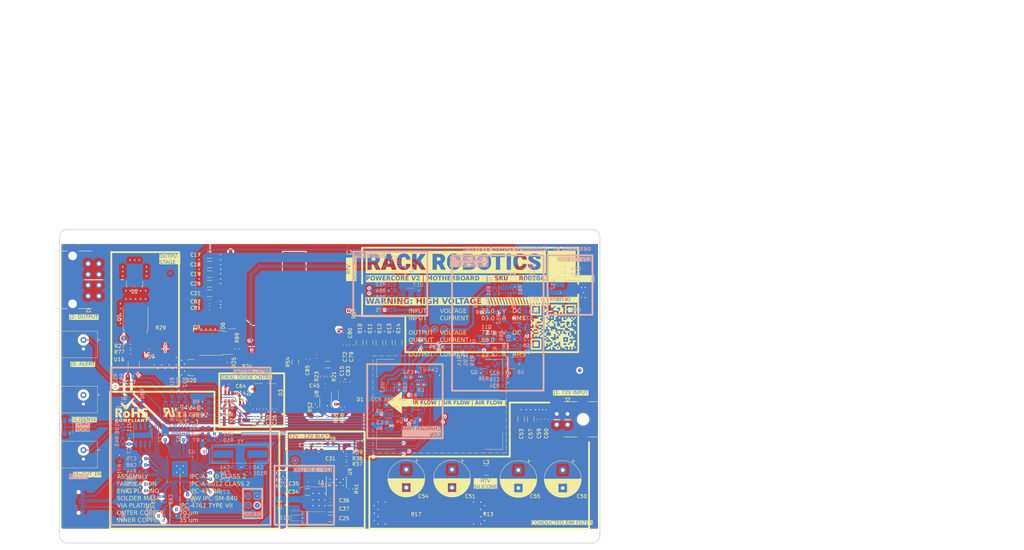
<source format=kicad_pcb>
(kicad_pcb (version 20221018) (generator pcbnew)

  (general
    (thickness 1.64)
  )

  (paper "A3")
  (title_block
    (title "PC-02 EDM PULSE GENERATOR")
    (company "DRAGONFLY POWER SYSTEMS")
  )

  (layers
    (0 "F.Cu" signal)
    (1 "In1.Cu" power)
    (2 "In2.Cu" signal)
    (3 "In3.Cu" signal)
    (4 "In4.Cu" power)
    (31 "B.Cu" signal)
    (32 "B.Adhes" user "B.Adhesive")
    (33 "F.Adhes" user "F.Adhesive")
    (34 "B.Paste" user)
    (35 "F.Paste" user)
    (36 "B.SilkS" user "B.Silkscreen")
    (37 "F.SilkS" user "F.Silkscreen")
    (38 "B.Mask" user)
    (39 "F.Mask" user)
    (40 "Dwgs.User" user "User.Drawings")
    (41 "Cmts.User" user "User.Comments")
    (42 "Eco1.User" user "User.Eco1")
    (43 "Eco2.User" user "User.Eco2")
    (44 "Edge.Cuts" user)
    (45 "Margin" user)
    (46 "B.CrtYd" user "B.Courtyard")
    (47 "F.CrtYd" user "F.Courtyard")
    (48 "B.Fab" user)
    (49 "F.Fab" user)
    (50 "User.1" user)
    (51 "User.2" user)
    (52 "User.3" user)
    (53 "User.4" user)
    (54 "User.5" user)
    (55 "User.6" user)
    (56 "User.7" user)
    (57 "User.8" user)
    (58 "User.9" user)
  )

  (setup
    (stackup
      (layer "F.SilkS" (type "Top Silk Screen") (color "White"))
      (layer "F.Paste" (type "Top Solder Paste"))
      (layer "F.Mask" (type "Top Solder Mask") (color "#000000CC") (thickness 0.01))
      (layer "F.Cu" (type "copper") (thickness 0.07))
      (layer "dielectric 1" (type "prepreg") (thickness 0.18) (material "FR4") (epsilon_r 4.29) (loss_tangent 0.02))
      (layer "In1.Cu" (type "copper") (thickness 0.035))
      (layer "dielectric 2" (type "core") (thickness 0.4) (material "FR4") (epsilon_r 4.29) (loss_tangent 0.02))
      (layer "In2.Cu" (type "copper") (thickness 0.035))
      (layer "dielectric 3" (type "prepreg") (thickness 0.18) (material "FR4") (epsilon_r 4.29) (loss_tangent 0.02))
      (layer "In3.Cu" (type "copper") (thickness 0.035))
      (layer "dielectric 4" (type "core") (thickness 0.4) (material "FR4") (epsilon_r 4.29) (loss_tangent 0.02))
      (layer "In4.Cu" (type "copper") (thickness 0.035))
      (layer "dielectric 5" (type "prepreg") (thickness 0.18) (material "FR4") (epsilon_r 4.29) (loss_tangent 0.02))
      (layer "B.Cu" (type "copper") (thickness 0.07))
      (layer "B.Mask" (type "Bottom Solder Mask") (color "#000000CC") (thickness 0.01))
      (layer "B.Paste" (type "Bottom Solder Paste"))
      (layer "B.SilkS" (type "Bottom Silk Screen") (color "White"))
      (copper_finish "ENIG")
      (dielectric_constraints no)
    )
    (pad_to_mask_clearance 0.0508)
    (solder_mask_min_width 0.0762)
    (aux_axis_origin 126.999998 193.999998)
    (pcbplotparams
      (layerselection 0x00010fc_ffffffff)
      (plot_on_all_layers_selection 0x0000000_00000000)
      (disableapertmacros false)
      (usegerberextensions true)
      (usegerberattributes false)
      (usegerberadvancedattributes false)
      (creategerberjobfile false)
      (dashed_line_dash_ratio 12.000000)
      (dashed_line_gap_ratio 3.000000)
      (svgprecision 4)
      (plotframeref false)
      (viasonmask false)
      (mode 1)
      (useauxorigin true)
      (hpglpennumber 1)
      (hpglpenspeed 20)
      (hpglpendiameter 15.000000)
      (dxfpolygonmode true)
      (dxfimperialunits true)
      (dxfusepcbnewfont true)
      (psnegative false)
      (psa4output false)
      (plotreference false)
      (plotvalue false)
      (plotinvisibletext false)
      (sketchpadsonfab false)
      (subtractmaskfromsilk true)
      (outputformat 1)
      (mirror false)
      (drillshape 0)
      (scaleselection 1)
      (outputdirectory "Gerbers/")
    )
  )

  (net 0 "")
  (net 1 "+3V3")
  (net 2 "GND")
  (net 3 "/CONTROLS/V_SENSE_FILTERED")
  (net 4 "/CONTROLS/V_SLOPE")
  (net 5 "VBUS")
  (net 6 "+12V")
  (net 7 "/CHARGER_POWER_STAGE/CHARGER_TEMP")
  (net 8 "/CONTROLS/CURRENT_TRIP")
  (net 9 "Net-(R49-Pad2)")
  (net 10 "/CONTROLS/OUTPUT_ISENSE_MICRO")
  (net 11 "Net-(Q10A-G)")
  (net 12 "Net-(U4-Pad2)")
  (net 13 "Net-(U8-IN)")
  (net 14 "+1V1")
  (net 15 "/MICRO/OUTPUT_STAGE_TEMP")
  (net 16 "/CHARGER_POWER_STAGE/VCAP")
  (net 17 "Net-(D7-A{slash}K)")
  (net 18 "/CONTROLS/CC_I_LIMIT")
  (net 19 "Net-(U9-BST)")
  (net 20 "Net-(U9-SW)")
  (net 21 "Net-(C38-Pad1)")
  (net 22 "Net-(U9-FB)")
  (net 23 "Net-(C40-Pad1)")
  (net 24 "/MICRO/XIN")
  (net 25 "/CONTROLS/V_CAP_SET")
  (net 26 "/CHARGER_POWER_STAGE/VSW")
  (net 27 "/CONTROLS/SLOPE_GENERATION/I_LIMIT_ADJUSTED")
  (net 28 "+5V")
  (net 29 "VDC")
  (net 30 "Net-(U7A--)")
  (net 31 "Net-(D3-K)")
  (net 32 "Net-(D5-A)")
  (net 33 "/CHARGER_POWER_STAGE/VHB_DIODE")
  (net 34 "/CHARGER_POWER_STAGE/VS_DIODE")
  (net 35 "Net-(Q3-G)")
  (net 36 "Net-(C84-Pad1)")
  (net 37 "Net-(C85-Pad2)")
  (net 38 "Net-(D1-K)")
  (net 39 "/CONNECTORS/ELECTRODE_-")
  (net 40 "Net-(D5-K)")
  (net 41 "/CONNECTORS/OUTPUT_ISENSE")
  (net 42 "/CONNECTORS/CUT_EN")
  (net 43 "/CONNECTORS/SHORT_ALERT")
  (net 44 "unconnected-(J6-VBUS-PadA4)")
  (net 45 "/CONNECTORS/USB_D_N")
  (net 46 "/CONNECTORS/USB_D_P")
  (net 47 "Net-(J6-CC1)")
  (net 48 "Net-(L2-Pad1)")
  (net 49 "/CONTROLS/OUTPUT_SHUNT_+")
  (net 50 "unconnected-(J6-SBU1-PadA8)")
  (net 51 "/CHARGER_POWER_STAGE/V_SHUNT_+")
  (net 52 "/CHARGER_POWER_STAGE/V_SHUNT_-")
  (net 53 "Net-(Q1-G)")
  (net 54 "Net-(Q2-G)")
  (net 55 "Net-(Q2-S)")
  (net 56 "Net-(Q2-D)")
  (net 57 "Net-(U16-IN)")
  (net 58 "Net-(U16-HO)")
  (net 59 "Net-(Q5-G)")
  (net 60 "Net-(Q7-G)")
  (net 61 "Net-(Q7-D)")
  (net 62 "/CHARGER_POWER_STAGE/VGH")
  (net 63 "Net-(Q9-G)")
  (net 64 "Net-(Q11-G)")
  (net 65 "Net-(U13-+)")
  (net 66 "Net-(U3-D)")
  (net 67 "Net-(U3-~{CLR})")
  (net 68 "/CONTROLS/CC_SLOPE_BLANKING")
  (net 69 "Net-(U6B-+)")
  (net 70 "/CHARGER_POWER_STAGE/CC_CHARGER_EN")
  (net 71 "/CONTROLS/SPARK_THRESHOLD_PWM")
  (net 72 "/MICRO/P_USB_P")
  (net 73 "/CONTROLS/OUTPUT_CURRENT_TRIP")
  (net 74 "Net-(R15-Pad2)")
  (net 75 "/MICRO/P_USB_N")
  (net 76 "Net-(J6-CC2)")
  (net 77 "Net-(U8-EN)")
  (net 78 "Net-(U8-HO)")
  (net 79 "/CHARGER_POWER_STAGE/CC_CHARGER_HI")
  (net 80 "/CHARGER_POWER_STAGE/VG_DIODE")
  (net 81 "/MICRO/OUTPUT_EN")
  (net 82 "/CONTROLS/CC_I_LIMIT_PWM")
  (net 83 "/CONTROLS/V_CAP_SET_PWM")
  (net 84 "Net-(R33-Pad1)")
  (net 85 "Net-(R38-Pad2)")
  (net 86 "Net-(U9-RT)")
  (net 87 "/MICRO/QSPI_SS")
  (net 88 "/CONTROLS/CC_CLK")
  (net 89 "Net-(U3-C)")
  (net 90 "Net-(U15A--)")
  (net 91 "unconnected-(J6-SBU2-PadB8)")
  (net 92 "/CONTROLS/VSENSE_TRIP")
  (net 93 "unconnected-(U6-Pad1)")
  (net 94 "/CONTROLS/CC_PWM_nEN")
  (net 95 "Net-(U15A-+)")
  (net 96 "Net-(U8-RDT)")
  (net 97 "Net-(U8-LO)")
  (net 98 "Net-(U15B-+)")
  (net 99 "Net-(U15B--)")
  (net 100 "Net-(R78-Pad2)")
  (net 101 "/MICRO/CUT_nEN")
  (net 102 "/CHARGER_POWER_STAGE/DIODE_ON")
  (net 103 "Net-(U14-IN)")
  (net 104 "/CHARGER_POWER_STAGE/GATE_BIAS_CLK")
  (net 105 "Net-(R100-Pad2)")
  (net 106 "/MICRO/XOUT")
  (net 107 "/CONNECTORS/SWCLK")
  (net 108 "/CONNECTORS/SWDIO")
  (net 109 "unconnected-(U2-GPIO23-Pad35)")
  (net 110 "unconnected-(U2-GPIO24-Pad36)")
  (net 111 "unconnected-(U2-GPIO16-Pad27)")
  (net 112 "unconnected-(U2-GPIO17-Pad28)")
  (net 113 "unconnected-(U2-GPIO18-Pad29)")
  (net 114 "unconnected-(U2-GPIO19-Pad30)")
  (net 115 "unconnected-(U2-GPIO20-Pad31)")
  (net 116 "unconnected-(U2-GPIO21-Pad32)")
  (net 117 "unconnected-(U2-GPIO22-Pad34)")
  (net 118 "unconnected-(U2-GPIO25-Pad37)")
  (net 119 "Net-(U11-~{RST}(IO3))")
  (net 120 "Net-(U11-CLK)")
  (net 121 "Net-(U11-DI(IO0))")
  (net 122 "Net-(U11-~{WP}(IO2))")
  (net 123 "Net-(U11-DO(IO1))")
  (net 124 "unconnected-(U8-NC-Pad5)")
  (net 125 "unconnected-(U9-PGOOD-Pad6)")
  (net 126 "Net-(U17A-+)")
  (net 127 "Net-(U17A--)")
  (net 128 "/CONTROLS/VSENSE_BUFFERED")
  (net 129 "Net-(C51-Pad2)")
  (net 130 "Net-(R62-Pad1)")
  (net 131 "Net-(D7-A)")
  (net 132 "Net-(D7-K)")
  (net 133 "unconnected-(U17-Pad7)")
  (net 134 "Net-(J5-Pad1)")
  (net 135 "Net-(Q5-S)")
  (net 136 "/CONTROLS/OUTPUT_SHUNT_-")
  (net 137 "Net-(D19-K)")
  (net 138 "unconnected-(U2-GPIO7-Pad9)")
  (net 139 "unconnected-(U2-GPIO8-Pad11)")

  (footprint "NET_TIES:NET_TIE_SMD_10mil" (layer "F.Cu") (at 180.339998 137.269 90))

  (footprint "SMD_INDUCTORS:PQ2617BHA" (layer "F.Cu") (at 192.150998 123.514998))

  (footprint "CONNECTORS:0430450822" (layer "F.Cu") (at 130.599998 120.914999 -90))

  (footprint "SMD_INDUCTORS:VLS6045EX" (layer "F.Cu") (at 196.849998 172.823998 180))

  (footprint "Capacitor_SMD:C_0603_1608Metric" (layer "F.Cu") (at 183.015998 156.788998 -90))

  (footprint "Capacitor_SMD:C_0603_1608Metric" (layer "F.Cu") (at 194.817998 168.251998 180))

  (footprint (layer "F.Cu") (at 174.498 113.157))

  (footprint "CONNECTORS:S2B-XH-A-1" (layer "F.Cu") (at 133.61432 154.149998 90))

  (footprint "Capacitor_SMD:C_0603_1608Metric" (layer "F.Cu") (at 200.786998 150.311998 180))

  (footprint "Capacitor_SMD:C_0603_1608Metric" (layer "F.Cu") (at 262.128 159.639 90))

  (footprint "Capacitor_SMD:C_0603_1608Metric" (layer "F.Cu") (at 173.998998 150.375498))

  (footprint "Resistor_SMD:R_1206_3216Metric" (layer "F.Cu") (at 201.421998 144.469998 180))

  (footprint "Capacitor_SMD:C_1206_3216Metric" (layer "F.Cu") (at 221.106998 138.373998 90))

  (footprint "DFN_QFN:INFINEON_TSDSON-8-25" (layer "F.Cu") (at 203.072998 140.151998 -90))

  (footprint "Capacitor_SMD:C_0603_1608Metric" (layer "F.Cu") (at 146.697998 147.644998))

  (footprint "NET_TIES:NET_TIE_SMD_10mil" (layer "F.Cu") (at 156.336998 137.777 90))

  (footprint "Resistor_SMD:R_0603_1608Metric" (layer "F.Cu") (at 206.629 172.085 180))

  (footprint "Capacitor_SMD:C_0603_1608Metric" (layer "F.Cu") (at 173.490998 156.725498))

  (footprint "Resistor_SMD:R_0603_1608Metric" (layer "F.Cu") (at 199.897998 147.771998 -90))

  (footprint "Resistor_SMD:R_0603_1608Metric" (layer "F.Cu") (at 176.276 140.081 90))

  (footprint "Capacitor_SMD:C_1206_3216Metric" (layer "F.Cu") (at 255.143 159.639 90))

  (footprint "Resistor_SMD:R_0603_1608Metric" (layer "F.Cu") (at 203.707998 156.280998 90))

  (footprint "MountingHole:MountingHole_2.1mm" (layer "F.Cu") (at 202 191.897))

  (footprint "Package_TO_SOT_SMD:TO-277A" (layer "F.Cu") (at 147.827998 119.689998 180))

  (footprint "Resistor_SMD:R_0603_1608Metric" (layer "F.Cu") (at 181.237998 156.788998 -90))

  (footprint "Fiducial:Fiducial_1mm_Mask2mm" (layer "F.Cu") (at 148.082 186.817))

  (footprint "Capacitor_SMD:C_1206_3216Metric" (layer "F.Cu") (at 210.311998 138.373998 90))

  (footprint "Capacitor_SMD:C_1206_3216Metric" (layer "F.Cu") (at 213.105998 138.373998 90))

  (footprint "Package_TO_SOT_SMD:SOT-23-6" (layer "F.Cu") (at 173.998998 153.550498 90))

  (footprint "Capacitor_SMD:C_0603_1608Metric" (layer "F.Cu") (at 184.920998 156.788998 -90))

  (footprint "Capacitor_SMD:C_1206_3216Metric" (layer "F.Cu") (at 168.655998 113.989998))

  (footprint "Capacitor_SMD:C_0603_1608Metric" (layer "F.Cu") (at 207.136998 149.295998 90))

  (footprint "Capacitor_SMD:C_1206_3216Metric" (layer "F.Cu") (at 257.81 159.639 90))

  (footprint "Resistor_SMD:R_0603_1608Metric" (layer "F.Cu") (at 206.628998 168.656 180))

  (footprint "NET_TIES:NET_TIE_SMD_10mil" (layer "F.Cu") (at 180.339998 141.369 90))

  (footprint "TSOP_PACKAGES:TSOP_6_2.5MM WIDTH" (layer "F.Cu") (at 178.062998 156.788998 -90))

  (footprint "CONNECTORS:S2B-XH-A-1" (layer "F.Cu") (at 133.61432 138.857938 90))

  (footprint "Capacitor_SMD:C_0603_1608Metric" (layer "F.Cu") (at 168.655998 126.943998))

  (footprint "Capacitor_SMD:C_0603_1608Metric" (layer "F.Cu") (at 198.373998 142.183998 180))

  (footprint "Capacitor_SMD:C_0603_1608Metric" (layer "F.Cu") (at 205.358998 149.295998 90))

  (footprint "DIODES:DO-220AA (SMP)" (layer "F.Cu") (at 185.809998 152.216998 -90))

  (footprint "Package_SO:VSSOP-10_3x3mm_P0.5mm" (layer "F.Cu") (at 200.850498 154.883998 -90))

  (footprint "THT_CAPACITORS:CP_Radial_D10.0mm_P5.00mm" (layer "F.Cu") (at 254.380998 173.725321 -90))

  (footprint "Capacitor_SMD:C_0603_1608Metric" (layer "F.Cu") (at 195.833998 177.522998))

  (footprint "SMD_RESISTORS:CRE_2512_High_ohm" (layer "F.Cu") (at 180.339998 139.319 90))

  (footprint "Resistor_SMD:R_0603_1608Metric" (layer "F.Cu") (at 173.989998 143.834998 -90))

  (footprint "MountingHole:MountingHole_2.1mm" (layer "F.Cu") (at 137 109))

  (footprint "GRAPHICS:powercore_version_2.0_graphic_2" (layer "F.Cu")
    (tstamp 7f64d555-3628-4045-ab79-69765acbf3b1)
    (at 214 142)
    (attr smd)
    (fp_text reference "REF**" (at 16 -6 unlocked) (layer "F.Fab")
        (effects (font (size 1 1) (thickness 0.1)))
      (tstamp e9764ca6-4741-4bf8-bec9-a497ae4f2a17)
    )
    (fp_text value "PC-02_P-02_artwork_zone_3_[24.01.06]" (at 16 -4.5 unlocked) (layer "F.Fab")
        (effects (font (size 1 1) (thickness 0.15)))
      (tstamp 250929d4-d57c-4d62-b95d-9fe1107b60f2)
    )
    (fp_text user "| AIR FLOW | AIR FLOW | AIR FLOW |" (at 23 13.1 unlocked) (layer "F.SilkS" knockout)
        (effects (font (face "Bahnschrift") (size 1 1) (thickness 0.2) bold))
      (tstamp d8266205-4111-448c-9506-2b14f1b35db0)
      (render_cache "| AIR FLOW | AIR FLOW | AIR FLOW |" 0
        (polygon
          (pts
            (xy 225.850803 154.398077)            (xy 226.032031 154.398077)            (xy 226.032031 155.633213)            (xy 225.850803 155.633213)
          )
        )
        (polygon
          (pts
            (xy 226.90349 154.51629)            (xy 227.022924 154.51629)            (xy 227.40492 155.515)            (xy 227.202199 155.515)
            (xy 226.963329 154.832829)            (xy 226.724215 155.515)            (xy 226.521494 155.515)
          )
        )
        (polygon
          (pts
            (xy 226.70492 155.173548)            (xy 227.230531 155.173548)            (xy 227.230531 155.35502)            (xy 226.70492 155.35502)
          )
        )
        (polygon
          (pts
            (xy 227.70485 155.515)            (xy 227.5097 155.515)            (xy 227.5097 154.51629)            (xy 227.70485 154.51629)
          )
        )
        (polygon
          (pts
            (xy 227.983287 154.931748)            (xy 228.330845 154.931748)            (xy 228.341412 154.931241)            (xy 228.351499 154.929721)
            (xy 228.361104 154.927188)            (xy 228.370229 154.923642)            (xy 228.378873 154.919082)            (xy 228.381647 154.917337)
            (xy 228.389539 154.911504)            (xy 228.396726 154.904812)            (xy 228.403208 154.897262)            (xy 228.408987 154.888852)
            (xy 228.414062 154.879585)            (xy 228.415597 154.876304)            (xy 228.41969 154.865937)            (xy 228.422993 154.854987)
            (xy 228.425142 154.845415)            (xy 228.426743 154.835438)            (xy 228.427794 154.825055)            (xy 228.428298 154.814267)
            (xy 228.428006 154.803549)            (xy 228.427129 154.793225)            (xy 228.425668 154.783294)            (xy 228.423144 154.771897)
            (xy 228.419778 154.761066)            (xy 228.41633 154.752473)            (xy 228.41149 154.742836)            (xy 228.405946 154.734075)
            (xy 228.399697 154.72619)            (xy 228.392745 154.71918)            (xy 228.385089 154.713046)            (xy 228.38238 154.711196)
            (xy 228.373871 154.706299)            (xy 228.364829 154.702415)            (xy 228.355255 154.699544)            (xy 228.345148 154.697687)
            (xy 228.334509 154.696842)            (xy 228.330845 154.696786)            (xy 227.983287 154.696786)            (xy 227.983287 154.515558)
            (xy 228.345988 154.515558)            (xy 228.356199 154.515703)            (xy 228.366256 154.516138)            (xy 228.376159 154.516863)
            (xy 228.385906 154.517878)            (xy 228.400238 154.519945)            (xy 228.414222 154.522664)            (xy 228.427859 154.526035)
            (xy 228.441147 154.53006)            (xy 228.454088 154.534737)            (xy 228.466681 154.540066)            (xy 228.478926 154.546048)
            (xy 228.490824 154.552683)            (xy 228.502299 154.559912)            (xy 228.513275 154.567678)            (xy 228.523754 154.57598)
            (xy 228.533734 154.58482)            (xy 228.543217 154.594196)            (xy 228.552201 154.604108)            (xy 228.560688 154.614557)
            (xy 228.568676 154.625543)            (xy 228.576167 154.637066)            (xy 228.583159 154.649125)            (xy 228.587544 154.657463)
            (xy 228.593699 154.670337)            (xy 228.599248 154.683589)            (xy 228.604191 154.697219)            (xy 228.60853 154.711227)
            (xy 228.611086 154.720775)            (xy 228.613373 154.730491)            (xy 228.615391 154.740376)            (xy 228.617139 154.750428)
            (xy 228.618619 154.760648)            (xy 228.61983 154.771036)            (xy 228.620772 154.781592)            (xy 228.621444 154.792315)
            (xy 228.621848 154.803207)            (xy 228.621982 154.814267)            (xy 228.621848 154.825356)            (xy 228.621444 154.836275)
            (xy 228.620772 154.847025)            (xy 228.61983 154.857605)            (xy 228.618619 154.868015)            (xy 228.617139 154.878255)
            (xy 228.615391 154.888325)            (xy 228.613373 154.898225)            (xy 228.611086 154.907956)            (xy 228.60853 154.917517)
            (xy 228.605705 154.926908)            (xy 228.600963 154.940676)            (xy 228.595616 154.954061)            (xy 228.589663 154.967065)
            (xy 228.587544 154.971315)            (xy 228.580879 154.983732)            (xy 228.573708 154.995612)            (xy 228.56603 155.006956)
            (xy 228.557846 155.017763)            (xy 228.549155 155.028033)            (xy 228.539957 155.037767)            (xy 228.530252 155.046964)
            (xy 228.520041 155.055625)            (xy 228.509324 155.063748)            (xy 228.4981 155.071335)            (xy 228.490335 155.076095)
            (xy 228.478401 155.08273)            (xy 228.466135 155.088712)            (xy 228.453539 155.094041)            (xy 228.440613 155.098718)
            (xy 228.427356 155.102742)            (xy 228.413768 155.106114)            (xy 228.39985 155.108833)            (xy 228.385601 155.1109)
            (xy 228.371022 155.112314)            (xy 228.361118 155.112894)            (xy 228.351068 155.113184)            (xy 228.345988 155.11322)
            (xy 227.983287 155.11322)
          )
        )
        (polygon
          (pts
            (xy 227.908305 154.515558)            (xy 228.096616 154.515558)            (xy 228.096616 155.515)            (xy 227.908305 155.515)
          )
        )
        (polygon
          (pts
            (xy 228.193336 155.082201)            (xy 228.394592 155.050694)            (xy 228.663992 155.515)            (xy 228.435869 155.515)
          )
        )
        (polygon
          (pts
            (xy 229.195953 154.51629)            (xy 229.384264 154.51629)            (xy 229.384264 155.515)            (xy 229.195953 155.515)
          )
        )
        (polygon
          (pts
            (xy 229.264585 154.937365)            (xy 229.776518 154.937365)            (xy 229.776518 155.118593)            (xy 229.264585 155.118593)
          )
        )
        (polygon
          (pts
            (xy 229.264585 154.51629)            (xy 229.851989 154.51629)            (xy 229.851989 154.697519)            (xy 229.264585 154.697519)
          )
        )
        (polygon
          (pts
            (xy 229.992185 154.51629)            (xy 230.180496 154.51629)            (xy 230.180496 155.515)            (xy 229.992185 155.515)
          )
        )
        (polygon
          (pts
            (xy 230.07596 155.333527)            (xy 230.661166 155.333527)            (xy 230.661166 155.515)            (xy 230.07596 155.515)
          )
        )
        (polygon
          (pts
            (xy 231.111061 155.525258)            (xy 231.097606 155.525079)            (xy 231.084351 155.524544)            (xy 231.071296 155.523652)
            (xy 231.058442 155.522403)            (xy 231.045788 155.520797)            (xy 231.033335 155.518835)            (xy 231.021082 155.516516)
            (xy 231.009029 155.513839)            (xy 230.997176 155.510806)            (xy 230.985524 155.507417)            (xy 230.974072 155.50367)
            (xy 230.962821 155.499566)    
... [5372933 chars truncated]
</source>
